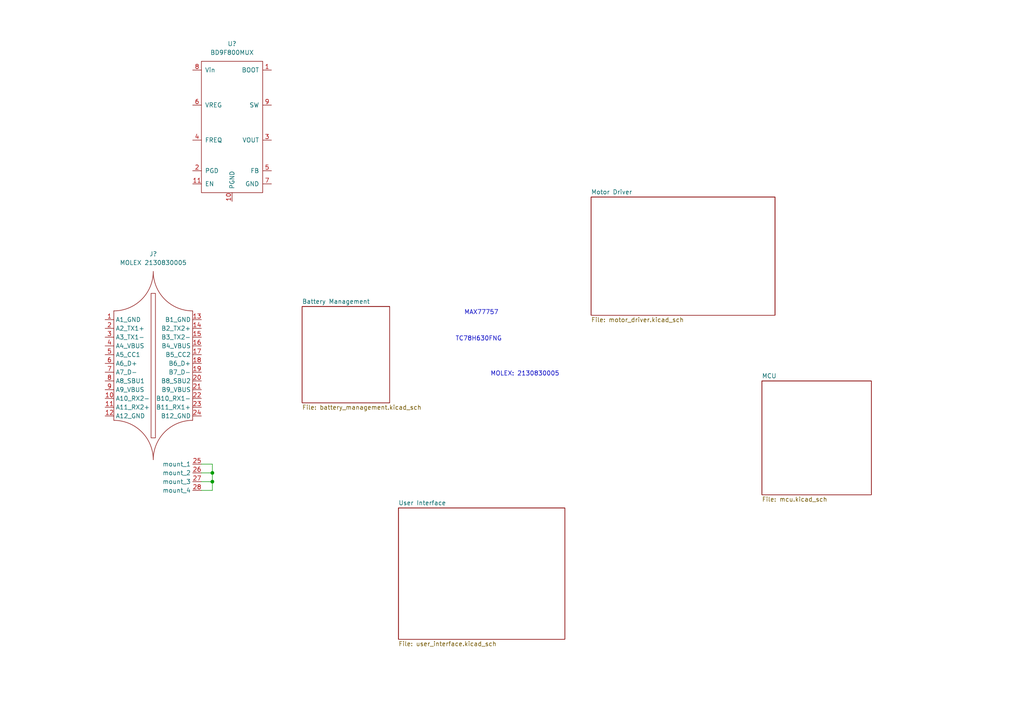
<source format=kicad_sch>
(kicad_sch (version 20211123) (generator eeschema)
  (paper "A4")
  (lib_symbols
    (symbol "310_smps_buck:BD9F800MUX" (pin_names (offset 1.016))
      (property "Reference" "U" (at 0 20.32 0))
      (property "Value" "BD9F800MUX" (at 0 11.43 90))
      (symbol "BD9F800MUX_0_1"
        (rectangle (start -8.89 20.32) (end 8.89 -17.78))
      )
      (symbol "BD9F800MUX_1_1"
        (pin power_out line (at 11.43 17.78 180) (length 2.54) (name "BOOT") (number "1"))
        (pin power_in line (at 0 -20.32 90) (length 2.54) (name "PGND") (number "10"))
        (pin input line (at -11.43 -15.24 0) (length 2.54) (name "EN") (number "11"))
        (pin output line (at -11.43 -11.43 0) (length 2.54) (name "PGD") (number "2"))
        (pin power_out line (at 11.43 -2.54 180) (length 2.54) (name "VOUT") (number "3"))
        (pin input line (at -11.43 -2.54 0) (length 2.54) (name "FREQ") (number "4"))
        (pin input line (at 11.43 -11.43 180) (length 2.54) (name "FB") (number "5"))
        (pin input line (at -11.43 7.62 0) (length 2.54) (name "VREG") (number "6"))
        (pin power_in line (at 11.43 -15.24 180) (length 2.54) (name "GND") (number "7"))
        (pin power_in line (at -11.43 17.78 0) (length 2.54) (name "Vin") (number "8"))
        (pin power_out line (at 11.43 7.62 180) (length 2.54) (name "SW") (number "9"))
      )
    )
    (symbol "818_USB:MOLEX 2130830005"
      (property "Reference" "J?" (at 0 31.75 0))
      (property "Value" "MOLEX 2130830005" (at 0 29.21 0))
      (symbol "MOLEX 2130830005_0_1"
        (arc (start -11.43 15.24) (mid 8.0822 7.1578) (end 0 26.67))
        (rectangle (start -0.635 20.32) (end 0.635 -21.59))
        (arc (start 0 -27.94) (mid 8.0822 -8.4278) (end -11.43 -16.51))
        (polyline (pts (xy -11.43 -16.51) (xy -11.43 15.24)))
        (polyline (pts (xy 11.43 15.24) (xy 11.43 -16.51)))
        (arc (start 0 26.67) (mid -8.0822 7.1578) (end 11.43 15.24))
        (arc (start 11.43 -16.51) (mid -8.0822 -8.4278) (end 0 -27.94))
      )
      (symbol "MOLEX 2130830005_1_1"
        (pin free line (at -13.97 12.7 0) (length 2.54) (name "A1_GND") (number "1"))
        (pin input line (at -13.97 -10.16 0) (length 2.54) (name "A10_RX2-") (number "10"))
        (pin input line (at -13.97 -12.7 0) (length 2.54) (name "A11_RX2+") (number "11"))
        (pin free line (at -13.97 -15.24 0) (length 2.54) (name "A12_GND") (number "12"))
        (pin free line (at 13.97 12.7 180) (length 2.54) (name "B1_GND") (number "13"))
        (pin output line (at 13.97 10.16 180) (length 2.54) (name "B2_TX2+") (number "14"))
        (pin output line (at 13.97 7.62 180) (length 2.54) (name "B3_TX2-") (number "15"))
        (pin power_in line (at 13.97 5.08 180) (length 2.54) (name "B4_VBUS") (number "16"))
        (pin output line (at 13.97 2.54 180) (length 2.54) (name "B5_CC2") (number "17"))
        (pin bidirectional line (at 13.97 0 180) (length 2.54) (name "B6_D+") (number "18"))
        (pin bidirectional line (at 13.97 -2.54 180) (length 2.54) (name "B7_D-") (number "19"))
        (pin output line (at -13.97 10.16 0) (length 2.54) (name "A2_TX1+") (number "2"))
        (pin bidirectional line (at 13.97 -5.08 180) (length 2.54) (name "B8_SBU2") (number "20"))
        (pin power_in line (at 13.97 -7.62 180) (length 2.54) (name "B9_VBUS") (number "21"))
        (pin input line (at 13.97 -10.16 180) (length 2.54) (name "B10_RX1-") (number "22"))
        (pin input line (at 13.97 -12.7 180) (length 2.54) (name "B11_RX1+") (number "23"))
        (pin free line (at 13.97 -15.24 180) (length 2.54) (name "B12_GND") (number "24"))
        (pin free line (at 13.97 -29.21 180) (length 2.54) (name "mount_1") (number "25"))
        (pin free line (at 13.97 -31.75 180) (length 2.54) (name "mount_2") (number "26"))
        (pin free line (at 13.97 -34.29 180) (length 2.54) (name "mount_3") (number "27"))
        (pin free line (at 13.97 -36.83 180) (length 2.54) (name "mount_4") (number "28"))
        (pin output line (at -13.97 7.62 0) (length 2.54) (name "A3_TX1-") (number "3"))
        (pin power_in line (at -13.97 5.08 0) (length 2.54) (name "A4_VBUS") (number "4"))
        (pin output line (at -13.97 2.54 0) (length 2.54) (name "A5_CC1") (number "5"))
        (pin bidirectional line (at -13.97 0 0) (length 2.54) (name "A6_D+") (number "6"))
        (pin bidirectional line (at -13.97 -2.54 0) (length 2.54) (name "A7_D-") (number "7"))
        (pin bidirectional line (at -13.97 -5.08 0) (length 2.54) (name "A8_SBU1") (number "8"))
        (pin power_in line (at -13.97 -7.62 0) (length 2.54) (name "A9_VBUS") (number "9"))
      )
    )
  )
  (junction (at 61.595 137.16))
  (junction (at 61.595 139.7))
  (wire (pts (xy 61.595 142.24) (xy 58.42 142.24)))
  (wire (pts (xy 58.42 137.16) (xy 61.595 137.16)))
  (wire (pts (xy 58.42 134.62) (xy 61.595 134.62)))
  (wire (pts (xy 61.595 134.62) (xy 61.595 137.16)))
  (wire (pts (xy 61.595 139.7) (xy 61.595 142.24)))
  (wire (pts (xy 58.42 139.7) (xy 61.595 139.7)))
  (wire (pts (xy 61.595 137.16) (xy 61.595 139.7)))
  (text "MOLEX: 2130830005" (at 142.24 109.22 0) (effects (font (size 1.27 1.27)) (justify left bottom)))
  (text "MAX77757\n" (at 134.62 91.44 0) (effects (font (size 1.27 1.27)) (justify left bottom)))
  (text "TC78H630FNG\n" (at 132.08 99.06 0) (effects (font (size 1.27 1.27)) (justify left bottom)))
  (symbol (lib_id "310_smps_buck:BD9F800MUX") (at 67.31 38.1 0) (unit 1)
    (property "Reference" "U?" (at 67.31 12.7 0))
    (property "Value" "BD9F800MUX" (at 67.31 15.24 0))
    (property "Footprint" "310_smps_buck:BD9F800MUX" (effects hide))
    (property "Datasheet" "https://fscdn.rohm.com/en/products/databook/datasheet/ic/power/switching_regulator/bd9f800mux-e.pdf" (effects hide))
  )
  (symbol (lib_id "818_USB:MOLEX 2130830005") (at 44.45 105.41 0) (unit 1)
    (property "Reference" "J?" (at 44.45 73.66 0))
    (property "Value" "MOLEX 2130830005" (at 44.45 76.2 0))
  )
  (sheet (at 171.45 57.15) (size 53.34 34.29) (stroke (width 0.1524))
    (property "Sheet name" "Motor Driver" (at 171.45 56.4384 0) (effects (justify left bottom)))
    (property "Sheet file" "motor_driver.kicad_sch" (at 171.45 92.0246 0) (effects (justify left top)))
  )
  (sheet (at 87.63 88.9) (size 25.4 27.94) (stroke (width 0.1524))
    (property "Sheet name" "Battery Management" (at 87.63 88.1884 0) (effects (justify left bottom)))
    (property "Sheet file" "battery_management.kicad_sch" (at 87.63 117.4246 0) (effects (justify left top)))
  )
  (sheet (at 220.98 110.49) (size 31.75 33.02) (stroke (width 0.1524))
    (property "Sheet name" "MCU" (at 220.98 109.7784 0) (effects (justify left bottom)))
    (property "Sheet file" "mcu.kicad_sch" (at 220.98 144.0946 0) (effects (justify left top)))
  )
  (sheet (at 115.57 147.32) (size 48.26 38.1) (stroke (width 0.1524))
    (property "Sheet name" "User Interface" (at 115.57 146.6084 0) (effects (justify left bottom)))
    (property "Sheet file" "user_interface.kicad_sch" (at 115.57 186.0046 0) (effects (justify left top)))
  )
)
</source>
